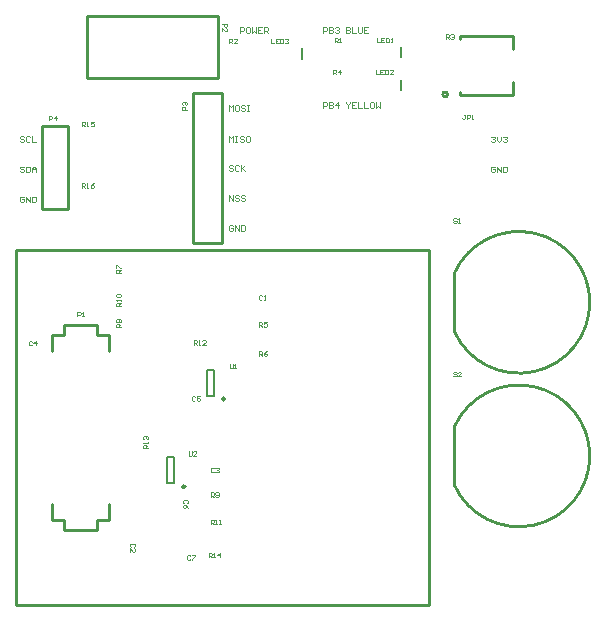
<source format=gto>
G04*
G04 #@! TF.GenerationSoftware,Altium Limited,Altium Designer,19.1.7 (138)*
G04*
G04 Layer_Color=65535*
%FSLAX25Y25*%
%MOIN*%
G70*
G01*
G75*
%ADD10C,0.00984*%
%ADD11C,0.01000*%
%ADD12C,0.00787*%
%ADD13C,0.00591*%
%ADD14C,0.00394*%
%ADD15C,0.00295*%
D10*
X56496Y39370D02*
G03*
X56496Y39370I-492J0D01*
G01*
X69784Y68602D02*
G03*
X69784Y68602I-492J0D01*
G01*
D11*
X143922Y170079D02*
G03*
X143922Y170079I-812J0D01*
G01*
X146212Y91013D02*
G03*
X146212Y110562I21505J9775D01*
G01*
X146212Y39831D02*
G03*
X146212Y59381I21505J9775D01*
G01*
X59008Y120669D02*
Y170669D01*
Y120669D02*
X68808D01*
Y170669D01*
X59008D02*
X68808D01*
X17350Y131748D02*
Y132150D01*
Y159429D01*
X8768Y131748D02*
X17350D01*
X8768Y159429D02*
X17350D01*
X8768Y131748D02*
Y159429D01*
X52362Y196318D02*
X67440D01*
Y175452D02*
Y196318D01*
X23840Y175452D02*
Y196318D01*
Y175452D02*
X67440D01*
X23840Y196318D02*
X56299D01*
X148031Y188583D02*
Y189567D01*
Y169882D02*
Y171063D01*
X165748Y185236D02*
Y189567D01*
Y169882D02*
Y174213D01*
X148031Y189567D02*
X165748D01*
X148031Y169882D02*
X165748D01*
X146063Y91013D02*
Y110562D01*
X146063Y39831D02*
Y59381D01*
X16142Y93307D02*
X27165D01*
Y89764D02*
X31102D01*
X16142D02*
Y93307D01*
X12205Y89764D02*
X16142D01*
X27165D02*
Y93307D01*
X16142Y24803D02*
Y28346D01*
X27165D02*
X31102D01*
X27165Y24803D02*
Y28346D01*
X12205D02*
X16142D01*
Y24803D02*
X27165D01*
X12205Y84646D02*
Y89764D01*
X31102Y84646D02*
Y89764D01*
X12205Y28346D02*
Y33465D01*
X31102Y28346D02*
Y33465D01*
X0Y0D02*
X137795D01*
Y118110D01*
X0D02*
X137795D01*
X0Y0D02*
Y118110D01*
D12*
X50492Y40453D02*
X52854D01*
X50492Y49114D02*
X52854D01*
Y40453D02*
Y49114D01*
X50492Y40453D02*
Y49114D01*
X63779Y69685D02*
Y78347D01*
X66142Y69685D02*
Y78347D01*
X63779D02*
X66142D01*
X63779Y69685D02*
X66142D01*
D13*
X128434Y182431D02*
Y186015D01*
Y171437D02*
Y175021D01*
X95408Y182019D02*
Y185603D01*
D14*
X159843Y145734D02*
X159515Y146062D01*
X158860D01*
X158531Y145734D01*
Y144422D01*
X158860Y144095D01*
X159515D01*
X159843Y144422D01*
Y145078D01*
X159187D01*
X160499Y144095D02*
Y146062D01*
X161811Y144095D01*
Y146062D01*
X162467D02*
Y144095D01*
X163451D01*
X163779Y144422D01*
Y145734D01*
X163451Y146062D01*
X162467D01*
X2887Y135734D02*
X2559Y136062D01*
X1903D01*
X1575Y135734D01*
Y134423D01*
X1903Y134095D01*
X2559D01*
X2887Y134423D01*
Y135078D01*
X2231D01*
X3543Y134095D02*
Y136062D01*
X4855Y134095D01*
Y136062D01*
X5511D02*
Y134095D01*
X6494D01*
X6822Y134423D01*
Y135734D01*
X6494Y136062D01*
X5511D01*
X72442Y126128D02*
X72114Y126456D01*
X71458D01*
X71130Y126128D01*
Y124816D01*
X71458Y124488D01*
X72114D01*
X72442Y124816D01*
Y125472D01*
X71786D01*
X73098Y124488D02*
Y126456D01*
X74410Y124488D01*
Y126456D01*
X75066D02*
Y124488D01*
X76050D01*
X76378Y124816D01*
Y126128D01*
X76050Y126456D01*
X75066D01*
X158531Y155734D02*
X158860Y156062D01*
X159515D01*
X159843Y155734D01*
Y155406D01*
X159515Y155078D01*
X159187D01*
X159515D01*
X159843Y154750D01*
Y154422D01*
X159515Y154095D01*
X158860D01*
X158531Y154422D01*
X160499Y156062D02*
Y154750D01*
X161155Y154095D01*
X161811Y154750D01*
Y156062D01*
X162467Y155734D02*
X162795Y156062D01*
X163451D01*
X163779Y155734D01*
Y155406D01*
X163451Y155078D01*
X163123D01*
X163451D01*
X163779Y154750D01*
Y154422D01*
X163451Y154095D01*
X162795D01*
X162467Y154422D01*
X2887Y145734D02*
X2559Y146062D01*
X1903D01*
X1575Y145734D01*
Y145406D01*
X1903Y145078D01*
X2559D01*
X2887Y144750D01*
Y144422D01*
X2559Y144095D01*
X1903D01*
X1575Y144422D01*
X3543Y146062D02*
Y144095D01*
X4527D01*
X4855Y144422D01*
Y145734D01*
X4527Y146062D01*
X3543D01*
X5511Y144095D02*
Y145406D01*
X6166Y146062D01*
X6822Y145406D01*
Y144095D01*
Y145078D01*
X5511D01*
X2887Y155971D02*
X2559Y156299D01*
X1903D01*
X1575Y155971D01*
Y155643D01*
X1903Y155315D01*
X2559D01*
X2887Y154987D01*
Y154659D01*
X2559Y154331D01*
X1903D01*
X1575Y154659D01*
X4855Y155971D02*
X4527Y156299D01*
X3871D01*
X3543Y155971D01*
Y154659D01*
X3871Y154331D01*
X4527D01*
X4855Y154659D01*
X5511Y156299D02*
Y154331D01*
X6822D01*
X71130Y134488D02*
Y136456D01*
X72442Y134488D01*
Y136456D01*
X74410Y136128D02*
X74082Y136456D01*
X73426D01*
X73098Y136128D01*
Y135800D01*
X73426Y135472D01*
X74082D01*
X74410Y135144D01*
Y134816D01*
X74082Y134488D01*
X73426D01*
X73098Y134816D01*
X76378Y136128D02*
X76050Y136456D01*
X75394D01*
X75066Y136128D01*
Y135800D01*
X75394Y135472D01*
X76050D01*
X76378Y135144D01*
Y134816D01*
X76050Y134488D01*
X75394D01*
X75066Y134816D01*
X72442Y146128D02*
X72114Y146456D01*
X71458D01*
X71130Y146128D01*
Y145800D01*
X71458Y145472D01*
X72114D01*
X72442Y145144D01*
Y144816D01*
X72114Y144488D01*
X71458D01*
X71130Y144816D01*
X74410Y146128D02*
X74082Y146456D01*
X73426D01*
X73098Y146128D01*
Y144816D01*
X73426Y144488D01*
X74082D01*
X74410Y144816D01*
X75066Y146456D02*
Y144488D01*
Y145144D01*
X76378Y146456D01*
X75394Y145472D01*
X76378Y144488D01*
X71130Y154331D02*
Y156299D01*
X71786Y155643D01*
X72442Y156299D01*
Y154331D01*
X73098Y156299D02*
X73754D01*
X73426D01*
Y154331D01*
X73098D01*
X73754D01*
X76050Y155971D02*
X75722Y156299D01*
X75066D01*
X74738Y155971D01*
Y155643D01*
X75066Y155315D01*
X75722D01*
X76050Y154987D01*
Y154659D01*
X75722Y154331D01*
X75066D01*
X74738Y154659D01*
X77689Y156299D02*
X77034D01*
X76705Y155971D01*
Y154659D01*
X77034Y154331D01*
X77689D01*
X78017Y154659D01*
Y155971D01*
X77689Y156299D01*
X71130Y164488D02*
Y166456D01*
X71786Y165800D01*
X72442Y166456D01*
Y164488D01*
X74082Y166456D02*
X73426D01*
X73098Y166128D01*
Y164816D01*
X73426Y164488D01*
X74082D01*
X74410Y164816D01*
Y166128D01*
X74082Y166456D01*
X76378Y166128D02*
X76050Y166456D01*
X75394D01*
X75066Y166128D01*
Y165800D01*
X75394Y165472D01*
X76050D01*
X76378Y165144D01*
Y164816D01*
X76050Y164488D01*
X75394D01*
X75066Y164816D01*
X77034Y166456D02*
X77689D01*
X77362D01*
Y164488D01*
X77034D01*
X77689D01*
X74803Y190551D02*
Y192519D01*
X75787D01*
X76115Y192191D01*
Y191535D01*
X75787Y191207D01*
X74803D01*
X77755Y192519D02*
X77099D01*
X76771Y192191D01*
Y190879D01*
X77099Y190551D01*
X77755D01*
X78083Y190879D01*
Y192191D01*
X77755Y192519D01*
X78739D02*
Y190551D01*
X79395Y191207D01*
X80051Y190551D01*
Y192519D01*
X82019D02*
X80707D01*
Y190551D01*
X82019D01*
X80707Y191535D02*
X81363D01*
X82675Y190551D02*
Y192519D01*
X83658D01*
X83987Y192191D01*
Y191535D01*
X83658Y191207D01*
X82675D01*
X83331D02*
X83987Y190551D01*
X102362Y165669D02*
Y167637D01*
X103346D01*
X103674Y167309D01*
Y166653D01*
X103346Y166325D01*
X102362D01*
X104330Y167637D02*
Y165669D01*
X105314D01*
X105642Y165997D01*
Y166325D01*
X105314Y166653D01*
X104330D01*
X105314D01*
X105642Y166981D01*
Y167309D01*
X105314Y167637D01*
X104330D01*
X107282Y165669D02*
Y167637D01*
X106298Y166653D01*
X107610D01*
X110234Y167637D02*
Y167309D01*
X110890Y166653D01*
X111546Y167309D01*
Y167637D01*
X110890Y166653D02*
Y165669D01*
X113513Y167637D02*
X112201D01*
Y165669D01*
X113513D01*
X112201Y166653D02*
X112857D01*
X114169Y167637D02*
Y165669D01*
X115481D01*
X116137Y167637D02*
Y165669D01*
X117449D01*
X119089Y167637D02*
X118433D01*
X118105Y167309D01*
Y165997D01*
X118433Y165669D01*
X119089D01*
X119417Y165997D01*
Y167309D01*
X119089Y167637D01*
X120073D02*
Y165669D01*
X120729Y166325D01*
X121385Y165669D01*
Y167637D01*
X102362Y190551D02*
Y192519D01*
X103346D01*
X103674Y192191D01*
Y191535D01*
X103346Y191207D01*
X102362D01*
X104330Y192519D02*
Y190551D01*
X105314D01*
X105642Y190879D01*
Y191207D01*
X105314Y191535D01*
X104330D01*
X105314D01*
X105642Y191863D01*
Y192191D01*
X105314Y192519D01*
X104330D01*
X106298Y192191D02*
X106626Y192519D01*
X107282D01*
X107610Y192191D01*
Y191863D01*
X107282Y191535D01*
X106954D01*
X107282D01*
X107610Y191207D01*
Y190879D01*
X107282Y190551D01*
X106626D01*
X106298Y190879D01*
X110234Y192519D02*
Y190551D01*
X111218D01*
X111546Y190879D01*
Y191207D01*
X111218Y191535D01*
X110234D01*
X111218D01*
X111546Y191863D01*
Y192191D01*
X111218Y192519D01*
X110234D01*
X112201D02*
Y190551D01*
X113513D01*
X114169Y192519D02*
Y190879D01*
X114497Y190551D01*
X115153D01*
X115481Y190879D01*
Y192519D01*
X117449D02*
X116137D01*
Y190551D01*
X117449D01*
X116137Y191535D02*
X116793D01*
D15*
X57579Y51082D02*
Y49770D01*
X57841Y49508D01*
X58366D01*
X58628Y49770D01*
Y51082D01*
X60203Y49508D02*
X59153D01*
X60203Y50557D01*
Y50820D01*
X59940Y51082D01*
X59415D01*
X59153Y50820D01*
X57087Y164961D02*
X55512D01*
Y165748D01*
X55775Y166010D01*
X56300D01*
X56562Y165748D01*
Y164961D01*
X55775Y166535D02*
X55512Y166797D01*
Y167322D01*
X55775Y167584D01*
X56037D01*
X56300Y167322D01*
Y167060D01*
Y167322D01*
X56562Y167584D01*
X56824D01*
X57087Y167322D01*
Y166797D01*
X56824Y166535D01*
X22047Y138976D02*
Y140551D01*
X22834D01*
X23097Y140288D01*
Y139763D01*
X22834Y139501D01*
X22047D01*
X22572D02*
X23097Y138976D01*
X23621D02*
X24146D01*
X23884D01*
Y140551D01*
X23621Y140288D01*
X25983Y140551D02*
X25458Y140288D01*
X24933Y139763D01*
Y139239D01*
X25196Y138976D01*
X25721D01*
X25983Y139239D01*
Y139501D01*
X25721Y139763D01*
X24933D01*
X22047Y159449D02*
Y161023D01*
X22834D01*
X23097Y160761D01*
Y160236D01*
X22834Y159974D01*
X22047D01*
X22572D02*
X23097Y159449D01*
X23621D02*
X24146D01*
X23884D01*
Y161023D01*
X23621Y160761D01*
X25983Y161023D02*
X24933D01*
Y160236D01*
X25458Y160498D01*
X25721D01*
X25983Y160236D01*
Y159711D01*
X25721Y159449D01*
X25196D01*
X24933Y159711D01*
X11024Y161417D02*
Y162992D01*
X11811D01*
X12073Y162729D01*
Y162205D01*
X11811Y161942D01*
X11024D01*
X13385Y161417D02*
Y162992D01*
X12598Y162205D01*
X13647D01*
X149868Y163385D02*
X149344D01*
X149606D01*
Y162073D01*
X149344Y161811D01*
X149081D01*
X148819Y162073D01*
X150393Y161811D02*
Y163385D01*
X151180D01*
X151443Y163123D01*
Y162598D01*
X151180Y162336D01*
X150393D01*
X151968Y161811D02*
X152492D01*
X152230D01*
Y163385D01*
X151968Y163123D01*
X64252Y15748D02*
Y17322D01*
X65039D01*
X65302Y17060D01*
Y16535D01*
X65039Y16273D01*
X64252D01*
X64777D02*
X65302Y15748D01*
X65826D02*
X66351D01*
X66089D01*
Y17322D01*
X65826Y17060D01*
X67925Y15748D02*
Y17322D01*
X67138Y16535D01*
X68188D01*
X58235Y16273D02*
X57972Y16535D01*
X57447D01*
X57185Y16273D01*
Y15223D01*
X57447Y14961D01*
X57972D01*
X58235Y15223D01*
X58759Y16535D02*
X59809D01*
Y16273D01*
X58759Y15223D01*
Y14961D01*
X44094Y52182D02*
X42520D01*
Y52969D01*
X42783Y53232D01*
X43307D01*
X43570Y52969D01*
Y52182D01*
Y52707D02*
X44094Y53232D01*
Y53756D02*
Y54281D01*
Y54019D01*
X42520D01*
X42783Y53756D01*
Y55068D02*
X42520Y55331D01*
Y55856D01*
X42783Y56118D01*
X43045D01*
X43307Y55856D01*
Y55593D01*
Y55856D01*
X43570Y56118D01*
X43832D01*
X44094Y55856D01*
Y55331D01*
X43832Y55068D01*
X59351Y86614D02*
Y88188D01*
X60138D01*
X60400Y87926D01*
Y87401D01*
X60138Y87139D01*
X59351D01*
X59875D02*
X60400Y86614D01*
X60925D02*
X61449D01*
X61187D01*
Y88188D01*
X60925Y87926D01*
X63286Y86614D02*
X62237D01*
X63286Y87664D01*
Y87926D01*
X63024Y88188D01*
X62499D01*
X62237Y87926D01*
X57217Y33776D02*
X57480Y34039D01*
Y34563D01*
X57217Y34826D01*
X56168D01*
X55905Y34563D01*
Y34039D01*
X56168Y33776D01*
X57480Y32202D02*
X57217Y32727D01*
X56693Y33252D01*
X56168D01*
X55905Y32989D01*
Y32464D01*
X56168Y32202D01*
X56430D01*
X56693Y32464D01*
Y33252D01*
X59809Y69225D02*
X59547Y69488D01*
X59022D01*
X58760Y69225D01*
Y68176D01*
X59022Y67913D01*
X59547D01*
X59809Y68176D01*
X61384Y69488D02*
X60334D01*
Y68700D01*
X60859Y68963D01*
X61121D01*
X61384Y68700D01*
Y68176D01*
X61121Y67913D01*
X60597D01*
X60334Y68176D01*
X71260Y80314D02*
Y79002D01*
X71522Y78740D01*
X72047D01*
X72309Y79002D01*
Y80314D01*
X72834Y78740D02*
X73359D01*
X73097D01*
Y80314D01*
X72834Y80052D01*
X146918Y77379D02*
X146656Y77641D01*
X146131D01*
X145869Y77379D01*
Y77116D01*
X146131Y76854D01*
X146656D01*
X146918Y76592D01*
Y76329D01*
X146656Y76067D01*
X146131D01*
X145869Y76329D01*
X148492Y76067D02*
X147443D01*
X148492Y77116D01*
Y77379D01*
X148230Y77641D01*
X147705D01*
X147443Y77379D01*
X146918Y128547D02*
X146656Y128809D01*
X146131D01*
X145869Y128547D01*
Y128284D01*
X146131Y128022D01*
X146656D01*
X146918Y127759D01*
Y127497D01*
X146656Y127235D01*
X146131D01*
X145869Y127497D01*
X147443Y127235D02*
X147968D01*
X147705D01*
Y128809D01*
X147443Y128547D01*
X64961Y26772D02*
Y28346D01*
X65748D01*
X66010Y28084D01*
Y27559D01*
X65748Y27296D01*
X64961D01*
X65485D02*
X66010Y26772D01*
X66535D02*
X67060D01*
X66797D01*
Y28346D01*
X66535Y28084D01*
X67847Y26772D02*
X68372D01*
X68109D01*
Y28346D01*
X67847Y28084D01*
X35039Y99606D02*
X33465D01*
Y100393D01*
X33727Y100656D01*
X34252D01*
X34515Y100393D01*
Y99606D01*
Y100131D02*
X35039Y100656D01*
Y101181D02*
Y101705D01*
Y101443D01*
X33465D01*
X33727Y101181D01*
Y102492D02*
X33465Y102755D01*
Y103280D01*
X33727Y103542D01*
X34777D01*
X35039Y103280D01*
Y102755D01*
X34777Y102492D01*
X33727D01*
X64961Y35827D02*
Y37401D01*
X65748D01*
X66010Y37139D01*
Y36614D01*
X65748Y36351D01*
X64961D01*
X65485D02*
X66010Y35827D01*
X66535Y36089D02*
X66797Y35827D01*
X67322D01*
X67585Y36089D01*
Y37139D01*
X67322Y37401D01*
X66797D01*
X66535Y37139D01*
Y36876D01*
X66797Y36614D01*
X67585D01*
X35039Y92520D02*
X33465D01*
Y93307D01*
X33727Y93569D01*
X34252D01*
X34515Y93307D01*
Y92520D01*
Y93044D02*
X35039Y93569D01*
X33727Y94094D02*
X33465Y94356D01*
Y94881D01*
X33727Y95144D01*
X33990D01*
X34252Y94881D01*
X34515Y95144D01*
X34777D01*
X35039Y94881D01*
Y94356D01*
X34777Y94094D01*
X34515D01*
X34252Y94356D01*
X33990Y94094D01*
X33727D01*
X34252Y94356D02*
Y94881D01*
X35039Y110630D02*
X33465D01*
Y111417D01*
X33727Y111679D01*
X34252D01*
X34515Y111417D01*
Y110630D01*
Y111155D02*
X35039Y111679D01*
X33465Y112204D02*
Y113254D01*
X33727D01*
X34777Y112204D01*
X35039D01*
X81102Y82874D02*
Y84448D01*
X81889D01*
X82152Y84186D01*
Y83661D01*
X81889Y83399D01*
X81102D01*
X81627D02*
X82152Y82874D01*
X83726Y84448D02*
X83201Y84186D01*
X82677Y83661D01*
Y83136D01*
X82939Y82874D01*
X83464D01*
X83726Y83136D01*
Y83399D01*
X83464Y83661D01*
X82677D01*
X81071Y92717D02*
Y94291D01*
X81858D01*
X82120Y94029D01*
Y93504D01*
X81858Y93241D01*
X81071D01*
X81596D02*
X82120Y92717D01*
X83695Y94291D02*
X82645D01*
Y93504D01*
X83170Y93766D01*
X83432D01*
X83695Y93504D01*
Y92979D01*
X83432Y92717D01*
X82907D01*
X82645Y92979D01*
X105774Y176772D02*
Y178346D01*
X106562D01*
X106824Y178084D01*
Y177559D01*
X106562Y177296D01*
X105774D01*
X106299D02*
X106824Y176772D01*
X108136D02*
Y178346D01*
X107349Y177559D01*
X108398D01*
X143307Y188583D02*
Y190157D01*
X144094D01*
X144357Y189895D01*
Y189370D01*
X144094Y189107D01*
X143307D01*
X143832D02*
X144357Y188583D01*
X144881Y189895D02*
X145144Y190157D01*
X145668D01*
X145931Y189895D01*
Y189632D01*
X145668Y189370D01*
X145406D01*
X145668D01*
X145931Y189107D01*
Y188845D01*
X145668Y188583D01*
X145144D01*
X144881Y188845D01*
X71051Y187094D02*
Y188669D01*
X71839D01*
X72101Y188406D01*
Y187881D01*
X71839Y187619D01*
X71051D01*
X71576D02*
X72101Y187094D01*
X73675D02*
X72626D01*
X73675Y188144D01*
Y188406D01*
X73413Y188669D01*
X72888D01*
X72626Y188406D01*
X106299Y187402D02*
Y188976D01*
X107086D01*
X107349Y188714D01*
Y188189D01*
X107086Y187926D01*
X106299D01*
X106824D02*
X107349Y187402D01*
X107873D02*
X108398D01*
X108136D01*
Y188976D01*
X107873Y188714D01*
X68808Y193701D02*
X70382D01*
Y192914D01*
X70120Y192651D01*
X69595D01*
X69332Y192914D01*
Y193701D01*
X68808Y191077D02*
Y192127D01*
X69857Y191077D01*
X70120D01*
X70382Y191339D01*
Y191864D01*
X70120Y192127D01*
X85039Y188669D02*
Y187094D01*
X86089D01*
X87663Y188669D02*
X86614D01*
Y187094D01*
X87663D01*
X86614Y187881D02*
X87138D01*
X88188Y188669D02*
Y187094D01*
X88975D01*
X89237Y187357D01*
Y188406D01*
X88975Y188669D01*
X88188D01*
X89762Y188406D02*
X90025Y188669D01*
X90549D01*
X90812Y188406D01*
Y188144D01*
X90549Y187881D01*
X90287D01*
X90549D01*
X90812Y187619D01*
Y187357D01*
X90549Y187094D01*
X90025D01*
X89762Y187357D01*
X119981Y178346D02*
Y176772D01*
X121031D01*
X122605Y178346D02*
X121555D01*
Y176772D01*
X122605D01*
X121555Y177559D02*
X122080D01*
X123130Y178346D02*
Y176772D01*
X123917D01*
X124179Y177034D01*
Y178084D01*
X123917Y178346D01*
X123130D01*
X125753Y176772D02*
X124704D01*
X125753Y177821D01*
Y178084D01*
X125491Y178346D01*
X124966D01*
X124704Y178084D01*
X120281Y188976D02*
Y187402D01*
X121331D01*
X122905Y188976D02*
X121855D01*
Y187402D01*
X122905D01*
X121855Y188189D02*
X122380D01*
X123430Y188976D02*
Y187402D01*
X124217D01*
X124479Y187664D01*
Y188714D01*
X124217Y188976D01*
X123430D01*
X125004Y187402D02*
X125529D01*
X125266D01*
Y188976D01*
X125004Y188714D01*
X5380Y87729D02*
X5118Y87992D01*
X4593D01*
X4331Y87729D01*
Y86680D01*
X4593Y86417D01*
X5118D01*
X5380Y86680D01*
X6692Y86417D02*
Y87992D01*
X5905Y87204D01*
X6955D01*
X66010Y45406D02*
X65748Y45669D01*
X65223D01*
X64961Y45406D01*
Y44357D01*
X65223Y44094D01*
X65748D01*
X66010Y44357D01*
X66535Y45406D02*
X66797Y45669D01*
X67322D01*
X67585Y45406D01*
Y45144D01*
X67322Y44882D01*
X67060D01*
X67322D01*
X67585Y44619D01*
Y44357D01*
X67322Y44094D01*
X66797D01*
X66535Y44357D01*
X39402Y19299D02*
X39665Y19562D01*
Y20086D01*
X39402Y20349D01*
X38353D01*
X38091Y20086D01*
Y19562D01*
X38353Y19299D01*
X38091Y17725D02*
Y18775D01*
X39140Y17725D01*
X39402D01*
X39665Y17987D01*
Y18512D01*
X39402Y18775D01*
X82152Y102887D02*
X81889Y103149D01*
X81365D01*
X81102Y102887D01*
Y101837D01*
X81365Y101575D01*
X81889D01*
X82152Y101837D01*
X82677Y101575D02*
X83201D01*
X82939D01*
Y103149D01*
X82677Y102887D01*
X20575Y96075D02*
Y97649D01*
X21362D01*
X21624Y97387D01*
Y96862D01*
X21362Y96600D01*
X20575D01*
X22149Y96075D02*
X22674D01*
X22411D01*
Y97649D01*
X22149Y97387D01*
M02*

</source>
